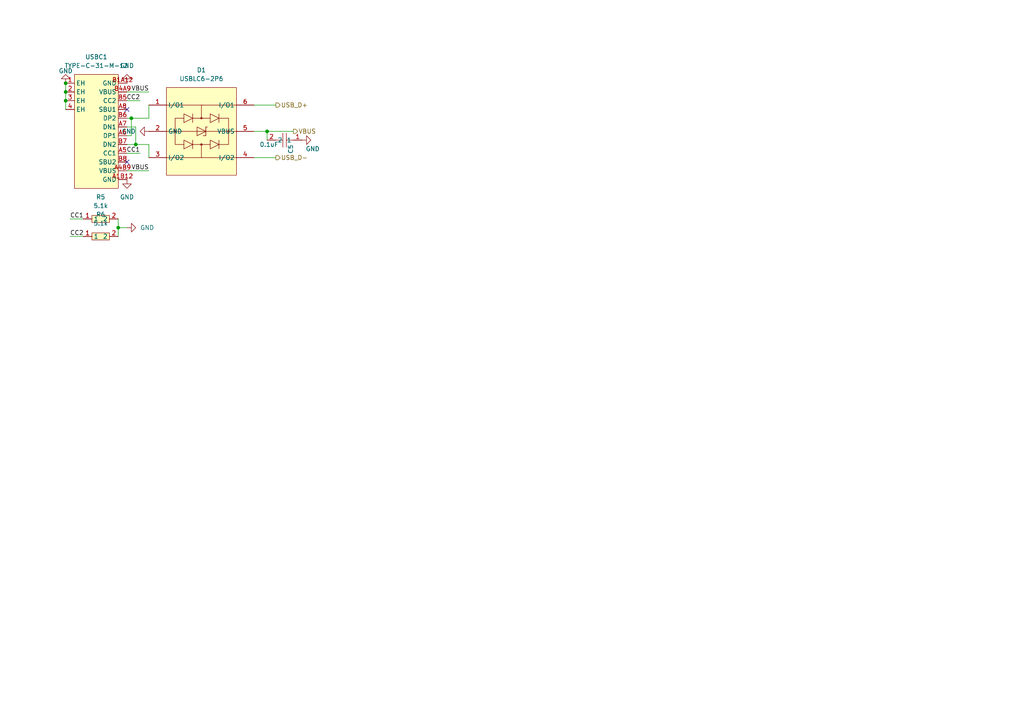
<source format=kicad_sch>
(kicad_sch (version 20250114) (generator "eeschema") (generator_version "9.0")
  (paper "A4")
  (lib_symbols
    (symbol "MeshDeck:0402WGF5101TCE"
      (property "Reference" "R" (at 0 5.08 0))
      (property "Value" "0402WGF5101TCE" (at 0 -5.08 0))
      (symbol "0402WGF5101TCE_0_1"
        (rectangle (start -2.54 1.02) (end 2.54 -1.02) (fill (type background)))
        (pin input line (at -5.08 0 0) (length 2.54) (name "1") (number "1"))
        (pin input line (at 5.08 0 180) (length 2.54) (name "2") (number "2"))
      )
    )
    (symbol "MeshDeck:CL05B104KO5NNNC"
      (property "Reference" "C" (at 0 5.08 0))
      (property "Value" "CL05B104KO5NNNC" (at 0 -5.08 0))
      (symbol "CL05B104KO5NNNC_0_1"
        (polyline (pts (xy -0.51 0) (xy -2.54 0)))
        (polyline (pts (xy -0.51 -2.03) (xy -0.51 2.03)))
        (polyline (pts (xy 0.51 2.03) (xy 0.51 -2.03)))
        (polyline (pts (xy 2.54 0) (xy 0.51 0)))
        (pin unspecified line (at -5.08 0 0) (length 2.54) (name "1") (number "1"))
        (pin unspecified line (at 5.08 0 180) (length 2.54) (name "2") (number "2"))
      )
    )
    (symbol "MeshDeck:TYPE-C-31-M-12"
      (property "Reference" "USBC" (at 0 19.05 0))
      (property "Value" "TYPE-C-31-M-12" (at 0 -19.05 0))
      (symbol "TYPE-C-31-M-12_0_1"
        (rectangle (start -6.35 16.51) (end 6.35 -16.51) (fill (type background)))
        (pin unspecified line (at -8.89 13.97 0) (length 2.54) (name "GND") (number "A1B12"))
        (pin unspecified line (at -8.89 11.43 0) (length 2.54) (name "VBUS") (number "A4B9"))
        (pin unspecified line (at -8.89 8.89 0) (length 2.54) (name "SBU2") (number "B8"))
        (pin unspecified line (at -8.89 6.35 0) (length 2.54) (name "CC1") (number "A5"))
        (pin unspecified line (at -8.89 3.81 0) (length 2.54) (name "DN2") (number "B7"))
        (pin unspecified line (at -8.89 1.27 0) (length 2.54) (name "DP1") (number "A6"))
        (pin unspecified line (at -8.89 -1.27 0) (length 2.54) (name "DN1") (number "A7"))
        (pin unspecified line (at -8.89 -3.81 0) (length 2.54) (name "DP2") (number "B6"))
        (pin unspecified line (at -8.89 -6.35 0) (length 2.54) (name "SBU1") (number "A8"))
        (pin unspecified line (at -8.89 -8.89 0) (length 2.54) (name "CC2") (number "B5"))
        (pin unspecified line (at -8.89 -11.43 0) (length 2.54) (name "VBUS") (number "B4A9"))
        (pin unspecified line (at -8.89 -13.97 0) (length 2.54) (name "GND") (number "B1A12"))
        (pin unspecified line (at 8.89 -6.35 180) (length 2.54) (name "EH") (number "4"))
        (pin unspecified line (at 8.89 -8.89 180) (length 2.54) (name "EH") (number "3"))
        (pin unspecified line (at 8.89 -11.43 180) (length 2.54) (name "EH") (number "2"))
        (pin unspecified line (at 8.89 -13.97 180) (length 2.54) (name "EH") (number "1"))
      )
    )
    (symbol "MeshDeck:USBLC6-2P6"
      (property "Reference" "D" (at 0 12.7 0))
      (property "Value" "USBLC6-2P6" (at 0 -12.7 0))
      (symbol "USBLC6-2P6_0_1"
        (rectangle (start -10.16 12.7) (end 10.16 -12.7) (fill (type background)))
        (polyline (pts (xy -10.16 7.62) (xy 10.16 7.62)))
        (polyline (pts (xy -10.16 0) (xy -7.62 0)))
        (polyline (pts (xy -10.16 -7.62) (xy 10.16 -7.62)))
        (circle (center -7.62 0) (radius 0.25))
        (polyline (pts (xy -7.62 0) (xy 7.87 0)))
        (polyline (pts (xy -5.08 3.81) (xy -7.62 3.81) (xy -7.62 -3.81) (xy -5.08 -3.81)))
        (polyline (pts (xy -5.08 2.54) (xy -2.54 3.81) (xy -5.08 5.08) (xy -5.08 2.54)) (fill (type background)))
        (polyline (pts (xy -5.08 -5.08) (xy -2.54 -3.81) (xy -5.08 -2.54) (xy -5.08 -5.08)) (fill (type background)))
        (polyline (pts (xy -2.54 5.08) (xy -2.54 3.81)))
        (polyline (pts (xy -2.54 3.81) (xy -2.54 2.54)))
        (polyline (pts (xy -2.54 3.81) (xy 2.54 3.81)))
        (polyline (pts (xy -2.54 -2.54) (xy -2.54 -3.81)))
        (polyline (pts (xy -2.54 -3.81) (xy -2.54 -5.08)))
        (polyline (pts (xy -2.54 -3.81) (xy 2.54 -3.81)))
        (polyline (pts (xy -1.27 -1.27) (xy 1.27 0) (xy -1.27 1.27) (xy -1.27 -1.27)) (fill (type background)))
        (polyline (pts (xy 0 7.62) (xy 0 3.81)))
        (circle (center 0 3.81) (radius 0.25))
        (arc (start 0 -3.81) (mid 0 -3.81) (end 0 -3.81))
        (circle (center 0 -3.81) (radius 0.25))
        (polyline (pts (xy 0 -7.62) (xy 0 -3.81)))
        (arc (start 0.25 7.62) (mid 0.25 7.62) (end 0.25 7.62))
        (arc (start 0.25 -7.62) (mid 0.25 -7.62) (end 0.25 -7.62))
        (polyline (pts (xy 1.27 1.27) (xy 1.27 0)))
        (polyline (pts (xy 1.27 1.27) (xy 1.27 0)))
        (polyline (pts (xy 1.27 0) (xy 1.27 -1.27)))
        (polyline (pts (xy 1.27 0) (xy 1.27 -1.27)))
        (polyline (pts (xy 1.27 -1.27) (xy 0.51 -1.27)))
        (polyline (pts (xy 1.78 1.27) (xy 1.27 1.27)))
        (polyline (pts (xy 2.54 2.54) (xy 5.08 3.81) (xy 2.54 5.08) (xy 2.54 2.54)) (fill (type background)))
        (polyline (pts (xy 2.54 -5.08) (xy 5.08 -3.81) (xy 2.54 -2.54) (xy 2.54 -5.08)) (fill (type background)))
        (polyline (pts (xy 4.83 -3.81) (xy 7.87 -3.81) (xy 7.87 3.81) (xy 5.08 3.81)))
        (polyline (pts (xy 5.08 5.08) (xy 5.08 3.81)))
        (polyline (pts (xy 5.08 3.81) (xy 5.08 2.54)))
        (polyline (pts (xy 5.08 -2.54) (xy 5.08 -3.81)))
        (polyline (pts (xy 5.08 -3.81) (xy 5.08 -5.08)))
        (polyline (pts (xy 7.87 0) (xy 10.16 0)))
        (circle (center 7.87 0) (radius 0.25))
        (pin input line (at -15.24 7.62 0) (length 5.08) (name "I/O1") (number "1"))
        (pin input line (at -15.24 0 0) (length 5.08) (name "GND") (number "2"))
        (pin input line (at -15.24 -7.62 0) (length 5.08) (name "I/O2") (number "3"))
        (pin input line (at 15.24 7.62 180) (length 5.08) (name "I/O1") (number "6"))
        (pin input line (at 15.24 0 180) (length 5.08) (name "VBUS") (number "5"))
        (pin input line (at 15.24 -7.62 180) (length 5.08) (name "I/O2") (number "4"))
      )
    )
    (symbol "power:GND" (power) (pin_numbers (hide yes)) (pin_names (offset 0) (hide yes))
      (property "Value" "GND" (at 0 -3.81 0))
      (symbol "GND_0_1"
        (polyline (pts (xy 0 0) (xy 0 -1.27) (xy 1.27 -1.27) (xy 0 -2.54) (xy -1.27 -1.27) (xy 0 -1.27)))
      )
      (symbol "GND_1_1"
        (pin power_in line (at 0 0 270) (length 0) (name "~") (number "1"))
      )
    )
  )
  (junction (at 77.47 38.1))
  (junction (at 34.29 66.04))
  (junction (at 19.05 24.13))
  (junction (at 19.05 29.21))
  (junction (at 39.37 41.91))
  (junction (at 19.05 26.67))
  (junction (at 38.1 34.29))
  (no_connect (at 36.83 46.99))
  (no_connect (at 36.83 31.75))
  (wire (pts (xy 19.05 26.67) (xy 19.05 29.21)))
  (wire (pts (xy 43.18 26.67) (xy 36.83 26.67)))
  (wire (pts (xy 34.29 63.5) (xy 34.29 66.04)))
  (wire (pts (xy 40.64 29.21) (xy 36.83 29.21)))
  (wire (pts (xy 19.05 29.21) (xy 19.05 31.75)))
  (wire (pts (xy 38.1 34.29) (xy 38.1 39.37)))
  (wire (pts (xy 36.83 36.83) (xy 39.37 36.83)))
  (wire (pts (xy 39.37 36.83) (xy 39.37 41.91)))
  (wire (pts (xy 36.83 34.29) (xy 38.1 34.29)))
  (wire (pts (xy 73.66 38.1) (xy 77.47 38.1)))
  (wire (pts (xy 39.37 41.91) (xy 36.83 41.91)))
  (wire (pts (xy 20.32 63.5) (xy 24.13 63.5)))
  (wire (pts (xy 19.05 24.13) (xy 19.05 26.67)))
  (wire (pts (xy 20.32 68.58) (xy 24.13 68.58)))
  (wire (pts (xy 38.1 39.37) (xy 36.83 39.37)))
  (wire (pts (xy 38.1 34.29) (xy 43.18 34.29)))
  (wire (pts (xy 43.18 41.91) (xy 43.18 45.72)))
  (wire (pts (xy 34.29 66.04) (xy 34.29 68.58)))
  (wire (pts (xy 39.37 41.91) (xy 43.18 41.91)))
  (wire (pts (xy 34.29 66.04) (xy 36.83 66.04)))
  (wire (pts (xy 80.01 30.48) (xy 73.66 30.48)))
  (wire (pts (xy 80.01 45.72) (xy 73.66 45.72)))
  (wire (pts (xy 77.47 38.1) (xy 85.09 38.1)))
  (wire (pts (xy 40.64 44.45) (xy 36.83 44.45)))
  (wire (pts (xy 43.18 34.29) (xy 43.18 30.48)))
  (wire (pts (xy 36.83 49.53) (xy 43.18 49.53)))
  (wire (pts (xy 77.47 40.64) (xy 77.47 38.1)))
  (label "CC2" (at 40.64 29.21 180))
  (label "VBUS" (at 43.18 26.67 180))
  (label "CC2" (at 20.32 68.58 0))
  (label "CC1" (at 40.64 44.45 180))
  (label "VBUS" (at 43.18 49.53 180))
  (label "CC1" (at 20.32 63.5 0))
  (hierarchical_label "VBUS" (shape output) (at 85.09 38.1 0))
  (hierarchical_label "USB_D-" (shape output) (at 80.01 45.72 0))
  (hierarchical_label "USB_D+" (shape output) (at 80.01 30.48 0))
  (symbol (lib_id "MeshDeck:TYPE-C-31-M-12") (at 27.94 38.1 180) (unit 1)
    (property "Reference" "USBC1" (at 27.94 16.51 0))
    (property "Value" "TYPE-C-31-M-12" (at 27.94 19.05 0))
    (property "Footprint" "MeshDeck:USB-C_SMD-TYPE-C-31-M-12_1" (effects (hide yes)))
    (property "Datasheet" "https://lcsc.com/product-detail/USB-Type-C_Korean-Hroparts-Elec-TYPE-C-31-M-12_C165948.html" (effects (hide yes)))
    (property "LCSC Part" "C165948" (effects (hide yes)))
  )
  (symbol (lib_id "power:GND") (at 43.18 38.1 270) (unit 1)
    (property "Reference" "#PWR011" (effects (hide yes)))
    (property "Value" "GND" (at 39.37 38.0999 90) (effects (justify right)))
    (property "Description" "Power symbol creates a global label with name \"GND\" , ground" (effects (hide yes)))
  )
  (symbol (lib_id "MeshDeck:0402WGF5101TCE") (at 29.21 68.58 0) (unit 1)
    (property "Reference" "R6" (at 29.21 62.23 0))
    (property "Value" "5.1k" (at 29.21 64.77 0))
    (property "Footprint" "MeshDeck:R0402" (effects (hide yes)))
    (property "Datasheet" "https://lcsc.com/product-detail/Chip-Resistor-Surface-Mount-UniOhm_5-1KR-5101-1_C25905.html" (effects (hide yes)))
    (property "LCSC Part" "C25905" (effects (hide yes)))
  )
  (symbol (lib_id "MeshDeck:0402WGF5101TCE") (at 29.21 63.5 0) (unit 1)
    (property "Reference" "R5" (at 29.21 57.15 0))
    (property "Value" "5.1k" (at 29.21 59.69 0))
    (property "Footprint" "MeshDeck:R0402" (effects (hide yes)))
    (property "Datasheet" "https://lcsc.com/product-detail/Chip-Resistor-Surface-Mount-UniOhm_5-1KR-5101-1_C25905.html" (effects (hide yes)))
    (property "LCSC Part" "C25905" (effects (hide yes)))
  )
  (symbol (lib_id "power:GND") (at 36.83 52.07 0) (unit 1)
    (property "Reference" "#PWR09" (effects (hide yes)))
    (property "Value" "GND" (at 36.83 57.15 0))
    (property "Description" "Power symbol creates a global label with name \"GND\" , ground" (effects (hide yes)))
  )
  (symbol (lib_id "MeshDeck:USBLC6-2P6") (at 58.42 38.1 0) (unit 1)
    (property "Reference" "D1" (at 58.42 20.32 0))
    (property "Value" "USBLC6-2P6" (at 58.42 22.86 0))
    (property "Footprint" "MeshDeck:SOT-666-6_L1.6-W1.2-P0.50-LS1.6-BR" (effects (hide yes)))
    (property "Datasheet" "https://lcsc.com/product-detail/Diodes-ESD_STMicroelectronics_USBLC6-2P6_USBLC6-2P6_C15999.html" (effects (hide yes)))
    (property "LCSC Part" "C15999" (effects (hide yes)))
  )
  (symbol (lib_id "power:GND") (at 36.83 24.13 180) (unit 1)
    (property "Reference" "#PWR010" (effects (hide yes)))
    (property "Value" "GND" (at 36.83 19.05 0))
    (property "Description" "Power symbol creates a global label with name \"GND\" , ground" (effects (hide yes)))
  )
  (symbol (lib_id "MeshDeck:CL05B104KO5NNNC") (at 82.55 40.64 180) (unit 1)
    (property "Reference" "C5" (at 84.328 41.91 90) (effects (justify left)))
    (property "Value" "0.1uF" (at 80.772 41.91 0) (effects (justify left)))
    (property "Footprint" "MeshDeck:C0402" (effects (hide yes)))
    (property "Datasheet" "https://lcsc.com/product-detail/Multilayer-Ceramic-Capacitors-MLCC-SMD-SMT_SAMSUNG_CL05B104KO5NNNC_100nF-104-10-16V_C1525.html" (effects (hide yes)))
    (property "LCSC Part" "C1525" (effects (hide yes)))
  )
  (symbol (lib_id "power:GND") (at 36.83 66.04 90) (unit 1)
    (property "Reference" "#PWR014" (effects (hide yes)))
    (property "Value" "GND" (at 40.64 66.0399 90) (effects (justify right)))
    (property "Description" "Power symbol creates a global label with name \"GND\" , ground" (effects (hide yes)))
  )
  (symbol (lib_id "power:GND") (at 87.63 40.64 90) (unit 1)
    (property "Reference" "#PWR012" (effects (hide yes)))
    (property "Value" "GND" (at 88.646 43.18 90) (effects (justify right)))
    (property "Description" "Power symbol creates a global label with name \"GND\" , ground" (effects (hide yes)))
  )
  (symbol (lib_id "power:GND") (at 19.05 24.13 180) (unit 1)
    (property "Reference" "#PWR013" (effects (hide yes)))
    (property "Value" "GND" (at 19.05 20.574 0))
    (property "Description" "Power symbol creates a global label with name \"GND\" , ground" (effects (hide yes)))
  )
)
</source>
